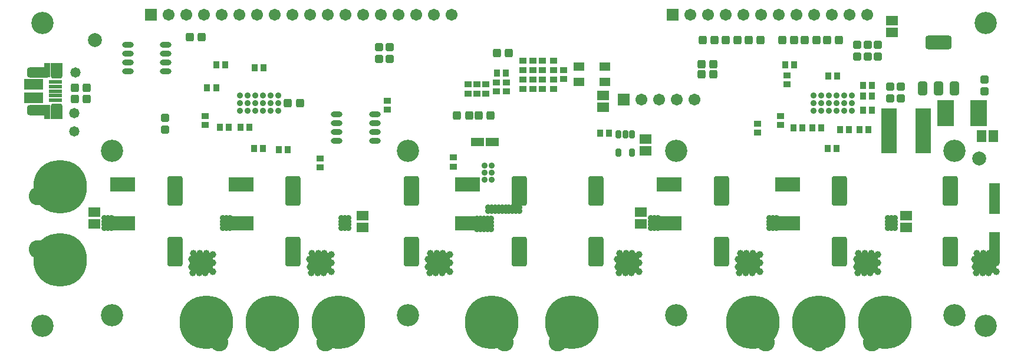
<source format=gbs>
G04*
G04 #@! TF.GenerationSoftware,Altium Limited,Altium Designer,20.0.11 (256)*
G04*
G04 Layer_Color=16711935*
%FSLAX25Y25*%
%MOIN*%
G70*
G01*
G75*
%ADD43R,0.07493X0.04737*%
%ADD44C,0.07874*%
G04:AMPARAMS|DCode=46|XSize=47.37mil|YSize=43.43mil|CornerRadius=8.43mil|HoleSize=0mil|Usage=FLASHONLY|Rotation=180.000|XOffset=0mil|YOffset=0mil|HoleType=Round|Shape=RoundedRectangle|*
%AMROUNDEDRECTD46*
21,1,0.04737,0.02657,0,0,180.0*
21,1,0.03051,0.04343,0,0,180.0*
1,1,0.01686,-0.01526,0.01329*
1,1,0.01686,0.01526,0.01329*
1,1,0.01686,0.01526,-0.01329*
1,1,0.01686,-0.01526,-0.01329*
%
%ADD46ROUNDEDRECTD46*%
G04:AMPARAMS|DCode=47|XSize=47.37mil|YSize=43.43mil|CornerRadius=8.43mil|HoleSize=0mil|Usage=FLASHONLY|Rotation=270.000|XOffset=0mil|YOffset=0mil|HoleType=Round|Shape=RoundedRectangle|*
%AMROUNDEDRECTD47*
21,1,0.04737,0.02657,0,0,270.0*
21,1,0.03051,0.04343,0,0,270.0*
1,1,0.01686,-0.01329,-0.01526*
1,1,0.01686,-0.01329,0.01526*
1,1,0.01686,0.01329,0.01526*
1,1,0.01686,0.01329,-0.01526*
%
%ADD47ROUNDEDRECTD47*%
%ADD56R,0.03556X0.04147*%
%ADD57R,0.04147X0.03556*%
%ADD60C,0.30328*%
%ADD61C,0.12611*%
G04:AMPARAMS|DCode=62|XSize=59.18mil|YSize=94.61mil|CornerRadius=16.8mil|HoleSize=0mil|Usage=FLASHONLY|Rotation=90.000|XOffset=0mil|YOffset=0mil|HoleType=Round|Shape=RoundedRectangle|*
%AMROUNDEDRECTD62*
21,1,0.05918,0.06102,0,0,90.0*
21,1,0.02559,0.09461,0,0,90.0*
1,1,0.03359,0.03051,0.01280*
1,1,0.03359,0.03051,-0.01280*
1,1,0.03359,-0.03051,-0.01280*
1,1,0.03359,-0.03051,0.01280*
%
%ADD62ROUNDEDRECTD62*%
G04:AMPARAMS|DCode=63|XSize=49.34mil|YSize=65.48mil|CornerRadius=14.34mil|HoleSize=0mil|Usage=FLASHONLY|Rotation=90.000|XOffset=0mil|YOffset=0mil|HoleType=Round|Shape=RoundedRectangle|*
%AMROUNDEDRECTD63*
21,1,0.04934,0.03681,0,0,90.0*
21,1,0.02067,0.06548,0,0,90.0*
1,1,0.02867,0.01841,0.01034*
1,1,0.02867,0.01841,-0.01034*
1,1,0.02867,-0.01841,-0.01034*
1,1,0.02867,-0.01841,0.01034*
%
%ADD63ROUNDEDRECTD63*%
%ADD64C,0.06706*%
%ADD65R,0.06706X0.06706*%
%ADD66C,0.10249*%
%ADD67C,0.03556*%
%ADD68C,0.03950*%
%ADD109R,0.06299X0.17717*%
%ADD110R,0.05721X0.06509*%
%ADD111R,0.09658X0.14580*%
G04:AMPARAMS|DCode=112|XSize=145.8mil|YSize=76.9mil|CornerRadius=12.61mil|HoleSize=0mil|Usage=FLASHONLY|Rotation=180.000|XOffset=0mil|YOffset=0mil|HoleType=Round|Shape=RoundedRectangle|*
%AMROUNDEDRECTD112*
21,1,0.14580,0.05167,0,0,180.0*
21,1,0.12057,0.07690,0,0,180.0*
1,1,0.02522,-0.06029,0.02584*
1,1,0.02522,0.06029,0.02584*
1,1,0.02522,0.06029,-0.02584*
1,1,0.02522,-0.06029,-0.02584*
%
%ADD112ROUNDEDRECTD112*%
G04:AMPARAMS|DCode=113|XSize=51.31mil|YSize=76.9mil|CornerRadius=9.41mil|HoleSize=0mil|Usage=FLASHONLY|Rotation=180.000|XOffset=0mil|YOffset=0mil|HoleType=Round|Shape=RoundedRectangle|*
%AMROUNDEDRECTD113*
21,1,0.05131,0.05807,0,0,180.0*
21,1,0.03248,0.07690,0,0,180.0*
1,1,0.01883,-0.01624,0.02904*
1,1,0.01883,0.01624,0.02904*
1,1,0.01883,0.01624,-0.02904*
1,1,0.01883,-0.01624,-0.02904*
%
%ADD113ROUNDEDRECTD113*%
G04:AMPARAMS|DCode=114|XSize=51.31mil|YSize=76.9mil|CornerRadius=9.41mil|HoleSize=0mil|Usage=FLASHONLY|Rotation=180.000|XOffset=0mil|YOffset=0mil|HoleType=Round|Shape=RoundedRectangle|*
%AMROUNDEDRECTD114*
21,1,0.05131,0.05807,0,0,180.0*
21,1,0.03248,0.07690,0,0,180.0*
1,1,0.01883,-0.01624,0.02904*
1,1,0.01883,0.01624,0.02904*
1,1,0.01883,0.01624,-0.02904*
1,1,0.01883,-0.01624,-0.02904*
%
%ADD114ROUNDEDRECTD114*%
%ADD115R,0.06509X0.05721*%
G04:AMPARAMS|DCode=116|XSize=31.62mil|YSize=47.37mil|CornerRadius=6.95mil|HoleSize=0mil|Usage=FLASHONLY|Rotation=0.000|XOffset=0mil|YOffset=0mil|HoleType=Round|Shape=RoundedRectangle|*
%AMROUNDEDRECTD116*
21,1,0.03162,0.03347,0,0,0.0*
21,1,0.01772,0.04737,0,0,0.0*
1,1,0.01391,0.00886,-0.01673*
1,1,0.01391,-0.00886,-0.01673*
1,1,0.01391,-0.00886,0.01673*
1,1,0.01391,0.00886,0.01673*
%
%ADD116ROUNDEDRECTD116*%
%ADD117R,0.03950X0.03359*%
G04:AMPARAMS|DCode=118|XSize=86.74mil|YSize=169.42mil|CornerRadius=13.84mil|HoleSize=0mil|Usage=FLASHONLY|Rotation=180.000|XOffset=0mil|YOffset=0mil|HoleType=Round|Shape=RoundedRectangle|*
%AMROUNDEDRECTD118*
21,1,0.08674,0.14173,0,0,180.0*
21,1,0.05906,0.16942,0,0,180.0*
1,1,0.02769,-0.02953,0.07087*
1,1,0.02769,0.02953,0.07087*
1,1,0.02769,0.02953,-0.07087*
1,1,0.02769,-0.02953,-0.07087*
%
%ADD118ROUNDEDRECTD118*%
%ADD119R,0.14383X0.07887*%
%ADD120R,0.06312X0.04737*%
%ADD121O,0.06509X0.03162*%
%ADD122R,0.08595X0.25288*%
%ADD123R,0.07690X0.02375*%
%ADD124R,0.10642X0.06410*%
%ADD125R,0.06548X0.07099*%
%ADD126R,0.03556X0.07985*%
%ADD127C,0.05800*%
G36*
X93307Y55118D02*
X93307Y47638D01*
X95276Y45669D01*
X106299Y45669D01*
Y57087D01*
X98425D01*
X95276Y57086D01*
X93307Y55118D01*
D02*
G37*
G36*
X160236D02*
X160236Y47638D01*
X162205Y45669D01*
X173228Y45669D01*
Y57087D01*
X165354D01*
X162205Y57086D01*
X160236Y55118D01*
D02*
G37*
G36*
X227165Y55118D02*
X227165Y47638D01*
X229134Y45669D01*
X240157Y45669D01*
Y57086D01*
X232283D01*
X229134Y57086D01*
X227165Y55118D01*
D02*
G37*
G36*
X334252Y55118D02*
X334252Y47638D01*
X336221Y45669D01*
X347244Y45669D01*
Y57086D01*
X339370D01*
X336221Y57086D01*
X334252Y55118D01*
D02*
G37*
G36*
X402362Y55118D02*
X402362Y47638D01*
X404331Y45669D01*
X415354Y45669D01*
Y57087D01*
X407480D01*
X404331Y57086D01*
X402362Y55118D01*
D02*
G37*
G36*
X469291D02*
X469291Y47638D01*
X471260Y45669D01*
X482283Y45669D01*
Y57087D01*
X474409D01*
X471260Y57086D01*
X469291Y55118D01*
D02*
G37*
G36*
X536221Y55118D02*
X536220Y47638D01*
X538189Y45669D01*
X549213Y45669D01*
Y57086D01*
X541338D01*
X538189Y57086D01*
X536221Y55118D01*
D02*
G37*
D43*
X255709Y119685D02*
D03*
X263976D02*
D03*
D44*
X539370Y110236D02*
D03*
X39370Y177165D02*
D03*
D46*
X200000Y173425D02*
D03*
Y166732D02*
D03*
X206299Y173425D02*
D03*
Y166732D02*
D03*
X79134Y126575D02*
D03*
Y133268D02*
D03*
X495275Y144291D02*
D03*
Y150984D02*
D03*
X488976Y144291D02*
D03*
Y150984D02*
D03*
X482283Y167913D02*
D03*
Y174606D02*
D03*
X476378D02*
D03*
Y167913D02*
D03*
X470472Y174606D02*
D03*
Y167913D02*
D03*
X542520Y148228D02*
D03*
Y154921D02*
D03*
D47*
X389173Y163779D02*
D03*
X382480D02*
D03*
X389173Y157874D02*
D03*
X382480D02*
D03*
X453346Y177165D02*
D03*
X460039D02*
D03*
X440748Y177253D02*
D03*
X447441D02*
D03*
X428150Y177165D02*
D03*
X434842D02*
D03*
X415945Y177165D02*
D03*
X409252D02*
D03*
X402953Y177165D02*
D03*
X396260D02*
D03*
X389961Y177165D02*
D03*
X383268D02*
D03*
X273425Y170079D02*
D03*
X266732D02*
D03*
X263189Y134645D02*
D03*
X256496D02*
D03*
X250984Y134646D02*
D03*
X244291D02*
D03*
X148622Y141732D02*
D03*
X155315D02*
D03*
X34843Y144094D02*
D03*
X28150D02*
D03*
X34843Y150394D02*
D03*
X28150D02*
D03*
X99803Y179134D02*
D03*
X93110D02*
D03*
D56*
X330118Y124803D02*
D03*
X325000D02*
D03*
X266732Y158661D02*
D03*
X271850D02*
D03*
X478937Y151575D02*
D03*
X473819D02*
D03*
X478937Y137795D02*
D03*
X473819D02*
D03*
X478937Y145669D02*
D03*
X473819D02*
D03*
X471850Y126772D02*
D03*
X476968D02*
D03*
X460827D02*
D03*
X465945D02*
D03*
X453740Y116142D02*
D03*
X458858D02*
D03*
X459252Y157087D02*
D03*
X454134D02*
D03*
X445079Y127559D02*
D03*
X450197D02*
D03*
X429724Y163386D02*
D03*
X434842D02*
D03*
X439567Y127559D02*
D03*
X434449D02*
D03*
X143504Y115354D02*
D03*
X148622D02*
D03*
X129331Y116142D02*
D03*
X134449D02*
D03*
X134843Y161811D02*
D03*
X129724D02*
D03*
X121850Y127953D02*
D03*
X126969D02*
D03*
X108071Y163386D02*
D03*
X113189D02*
D03*
X115157Y127953D02*
D03*
X110039D02*
D03*
X102953Y150394D02*
D03*
X108071D02*
D03*
D57*
X255512Y152165D02*
D03*
Y147047D02*
D03*
X260630Y152165D02*
D03*
Y147047D02*
D03*
X287008Y165551D02*
D03*
Y160433D02*
D03*
X292520Y165551D02*
D03*
Y160433D02*
D03*
X298819Y154921D02*
D03*
Y149803D02*
D03*
X287008Y154921D02*
D03*
Y149803D02*
D03*
X281496Y160433D02*
D03*
Y165551D02*
D03*
X298819D02*
D03*
Y160433D02*
D03*
X281496Y149803D02*
D03*
Y154921D02*
D03*
X292520Y149803D02*
D03*
Y154921D02*
D03*
X304331Y155315D02*
D03*
Y160433D02*
D03*
X272047Y153347D02*
D03*
Y148228D02*
D03*
X414173Y125000D02*
D03*
Y130118D02*
D03*
X430709Y157283D02*
D03*
Y152165D02*
D03*
X427165Y129331D02*
D03*
Y134449D02*
D03*
X250394Y152165D02*
D03*
Y147047D02*
D03*
X166929Y105315D02*
D03*
Y110433D02*
D03*
X101969Y129331D02*
D03*
Y134449D02*
D03*
X266535Y153347D02*
D03*
Y148228D02*
D03*
X242126Y105709D02*
D03*
Y110827D02*
D03*
D60*
X139764Y17717D02*
D03*
X102362D02*
D03*
X177165D02*
D03*
X486221D02*
D03*
X263779Y17717D02*
D03*
X411417Y17717D02*
D03*
X448819D02*
D03*
X309055Y17717D02*
D03*
X19685Y94488D02*
D03*
X19685Y53150D02*
D03*
D61*
X216535Y114567D02*
D03*
X49213D02*
D03*
X9843Y15748D02*
D03*
X216535Y21654D02*
D03*
X525591Y114567D02*
D03*
X543307Y187008D02*
D03*
X525591Y21654D02*
D03*
X49213D02*
D03*
X9843Y187008D02*
D03*
X368110Y114567D02*
D03*
Y21654D02*
D03*
X543307Y15748D02*
D03*
D62*
X9351Y159154D02*
D03*
Y137697D02*
D03*
X5906D02*
D03*
Y159154D02*
D03*
D63*
X17815Y138878D02*
D03*
Y157972D02*
D03*
D64*
X378583Y143701D02*
D03*
X368583D02*
D03*
X358583D02*
D03*
X348583D02*
D03*
X81260Y191732D02*
D03*
X91260D02*
D03*
X101260D02*
D03*
X111260D02*
D03*
X121260D02*
D03*
X131260D02*
D03*
X141260D02*
D03*
X151260D02*
D03*
X161260D02*
D03*
X171260D02*
D03*
X181260D02*
D03*
X191260D02*
D03*
X201260D02*
D03*
X211260D02*
D03*
X221260D02*
D03*
X231260D02*
D03*
X241260D02*
D03*
X376142D02*
D03*
X386142D02*
D03*
X396142D02*
D03*
X406142D02*
D03*
X416142D02*
D03*
X426142D02*
D03*
X436142D02*
D03*
X446142D02*
D03*
X456142D02*
D03*
X466142D02*
D03*
X476142D02*
D03*
D65*
X338583Y143701D02*
D03*
X71260Y191732D02*
D03*
X366142D02*
D03*
D66*
X418898Y6299D02*
D03*
X448898D02*
D03*
X478898D02*
D03*
X109843D02*
D03*
X139842D02*
D03*
X169843D02*
D03*
X7087Y58976D02*
D03*
Y88976D02*
D03*
X301260Y6299D02*
D03*
X271260D02*
D03*
D67*
X121457Y141732D02*
D03*
Y137401D02*
D03*
X263779Y106299D02*
D03*
Y102362D02*
D03*
X259842Y106299D02*
D03*
Y102362D02*
D03*
X263779Y98425D02*
D03*
X259842D02*
D03*
X147559Y25512D02*
D03*
X150787Y17717D02*
D03*
X139764Y28740D02*
D03*
X147559Y9922D02*
D03*
X139764Y6693D02*
D03*
X131969Y25512D02*
D03*
X128740Y17717D02*
D03*
X131969Y9922D02*
D03*
X110157Y25512D02*
D03*
X113386Y17717D02*
D03*
X102362Y28740D02*
D03*
X110157Y9922D02*
D03*
X102362Y6693D02*
D03*
X94567Y25512D02*
D03*
X91338Y17717D02*
D03*
X94567Y9922D02*
D03*
X184960Y25512D02*
D03*
X188189Y17717D02*
D03*
X177165Y28740D02*
D03*
X184960Y9922D02*
D03*
X177165Y6693D02*
D03*
X169370Y25512D02*
D03*
X166142Y17717D02*
D03*
X169370Y9922D02*
D03*
X494015Y25512D02*
D03*
X497244Y17717D02*
D03*
X486221Y28740D02*
D03*
X494015Y9922D02*
D03*
X486221Y6693D02*
D03*
X478426Y25512D02*
D03*
X475197Y17717D02*
D03*
X478426Y9922D02*
D03*
X271574Y25511D02*
D03*
X274803Y17717D02*
D03*
X263779Y28740D02*
D03*
X271574Y9922D02*
D03*
X263779Y6693D02*
D03*
X255984Y25511D02*
D03*
X252756Y17717D02*
D03*
X255984Y9922D02*
D03*
X419212Y25512D02*
D03*
X422441Y17717D02*
D03*
X411417Y28740D02*
D03*
X419212Y9922D02*
D03*
X411417Y6693D02*
D03*
X403622Y25512D02*
D03*
X400394Y17717D02*
D03*
X403622Y9922D02*
D03*
X456614Y25512D02*
D03*
X459842Y17717D02*
D03*
X448819Y28740D02*
D03*
X456614Y9922D02*
D03*
X448819Y6693D02*
D03*
X441024Y25512D02*
D03*
X437795Y17717D02*
D03*
X441024Y9922D02*
D03*
X316850Y25511D02*
D03*
X320079Y17717D02*
D03*
X309055Y28740D02*
D03*
X316850Y9922D02*
D03*
X309055Y6693D02*
D03*
X301260Y25511D02*
D03*
X298031Y17717D02*
D03*
X301260Y9922D02*
D03*
X27480Y102283D02*
D03*
X30709Y94488D02*
D03*
X19685Y105512D02*
D03*
X27480Y86693D02*
D03*
X19685Y83464D02*
D03*
X11890Y102283D02*
D03*
X8661Y94488D02*
D03*
X11890Y86693D02*
D03*
X27480Y60944D02*
D03*
X30709Y53150D02*
D03*
X19685Y64173D02*
D03*
X27480Y45355D02*
D03*
X19685Y42126D02*
D03*
X11890Y60944D02*
D03*
X8662Y53150D02*
D03*
X11890Y45355D02*
D03*
X261811Y80709D02*
D03*
X271654D02*
D03*
Y82677D02*
D03*
X261811D02*
D03*
X269685D02*
D03*
Y80709D02*
D03*
X279527Y82677D02*
D03*
Y80709D02*
D03*
X277559D02*
D03*
Y82677D02*
D03*
X267717Y80709D02*
D03*
Y82677D02*
D03*
X265748D02*
D03*
Y80709D02*
D03*
X275590Y82677D02*
D03*
Y80709D02*
D03*
X273622D02*
D03*
Y82677D02*
D03*
X263779Y80709D02*
D03*
Y82677D02*
D03*
X355906Y74803D02*
D03*
X353937Y76771D02*
D03*
X257480Y76378D02*
D03*
Y74409D02*
D03*
Y72441D02*
D03*
Y70472D02*
D03*
X259449D02*
D03*
Y72441D02*
D03*
Y74409D02*
D03*
Y76378D02*
D03*
X261417D02*
D03*
Y74409D02*
D03*
Y72441D02*
D03*
Y70472D02*
D03*
X263386D02*
D03*
Y72441D02*
D03*
Y74409D02*
D03*
Y76378D02*
D03*
X255512D02*
D03*
Y74409D02*
D03*
Y72441D02*
D03*
Y70472D02*
D03*
X353937Y70866D02*
D03*
Y72834D02*
D03*
Y74803D02*
D03*
X357874Y76771D02*
D03*
Y74803D02*
D03*
Y72834D02*
D03*
Y70866D02*
D03*
X355906D02*
D03*
Y72834D02*
D03*
Y76771D02*
D03*
X420866Y70866D02*
D03*
Y72834D02*
D03*
Y74803D02*
D03*
Y76771D02*
D03*
X424803D02*
D03*
Y74803D02*
D03*
Y72834D02*
D03*
Y70866D02*
D03*
X422834D02*
D03*
Y72834D02*
D03*
Y74803D02*
D03*
Y76771D02*
D03*
X487795Y70866D02*
D03*
Y72834D02*
D03*
Y74803D02*
D03*
Y76771D02*
D03*
X491732D02*
D03*
Y74803D02*
D03*
Y72834D02*
D03*
Y70866D02*
D03*
X489764D02*
D03*
Y72834D02*
D03*
Y74803D02*
D03*
Y76771D02*
D03*
X180709D02*
D03*
Y74803D02*
D03*
Y72834D02*
D03*
Y70866D02*
D03*
X182677D02*
D03*
Y72834D02*
D03*
Y74803D02*
D03*
Y76771D02*
D03*
X178740D02*
D03*
Y74803D02*
D03*
Y72834D02*
D03*
Y70866D02*
D03*
X113779Y76771D02*
D03*
Y74803D02*
D03*
Y72834D02*
D03*
Y70866D02*
D03*
X115748D02*
D03*
Y72834D02*
D03*
Y74803D02*
D03*
Y76771D02*
D03*
X111811D02*
D03*
Y74803D02*
D03*
Y72834D02*
D03*
Y70866D02*
D03*
X450197Y146063D02*
D03*
X445866D02*
D03*
X454528D02*
D03*
X445866Y137401D02*
D03*
Y141732D02*
D03*
X450197Y137401D02*
D03*
Y141732D02*
D03*
X454528Y137401D02*
D03*
Y141732D02*
D03*
X458858Y137401D02*
D03*
Y141732D02*
D03*
Y146063D02*
D03*
X463189Y137401D02*
D03*
Y141732D02*
D03*
Y146063D02*
D03*
X467520Y137401D02*
D03*
Y141732D02*
D03*
Y146063D02*
D03*
X143110Y141732D02*
D03*
X121457Y146063D02*
D03*
X125787Y137401D02*
D03*
Y141732D02*
D03*
Y146063D02*
D03*
X130118Y137401D02*
D03*
Y141732D02*
D03*
Y146063D02*
D03*
X134449Y137401D02*
D03*
Y141732D02*
D03*
Y146063D02*
D03*
X138779Y137401D02*
D03*
Y141732D02*
D03*
X143110Y137401D02*
D03*
Y146063D02*
D03*
X138779D02*
D03*
X46850Y76771D02*
D03*
X44882D02*
D03*
X46850Y74803D02*
D03*
X44882D02*
D03*
Y72834D02*
D03*
Y70866D02*
D03*
X46850D02*
D03*
X48819D02*
D03*
X46850Y72834D02*
D03*
X48819D02*
D03*
Y76771D02*
D03*
Y74803D02*
D03*
D68*
X240157Y56102D02*
D03*
X236220Y56693D02*
D03*
X240157Y51181D02*
D03*
X237697Y53445D02*
D03*
X234449D02*
D03*
X232677Y56693D02*
D03*
X231102Y53445D02*
D03*
X237795Y48917D02*
D03*
X240157Y46260D02*
D03*
X235827Y45669D02*
D03*
X234547Y48917D02*
D03*
X231201D02*
D03*
X232283Y45669D02*
D03*
X229134Y56693D02*
D03*
X227953Y48917D02*
D03*
X227854Y53445D02*
D03*
X228740Y45669D02*
D03*
X106299Y56102D02*
D03*
X102362Y56693D02*
D03*
X106299Y51181D02*
D03*
X103839Y53445D02*
D03*
X100591D02*
D03*
X98819Y56693D02*
D03*
X97244Y53445D02*
D03*
X103937Y48917D02*
D03*
X106299Y46260D02*
D03*
X101969Y45669D02*
D03*
X100689Y48917D02*
D03*
X97342D02*
D03*
X98425Y45669D02*
D03*
X95276Y56693D02*
D03*
X94095Y48917D02*
D03*
X93996Y53445D02*
D03*
X94882Y45669D02*
D03*
X173228Y56102D02*
D03*
X169291Y56693D02*
D03*
X173228Y51181D02*
D03*
X170768Y53445D02*
D03*
X167520D02*
D03*
X165748Y56693D02*
D03*
X164173Y53445D02*
D03*
X170866Y48917D02*
D03*
X173228Y46260D02*
D03*
X168898Y45669D02*
D03*
X167618Y48917D02*
D03*
X164272D02*
D03*
X165354Y45669D02*
D03*
X162205Y56693D02*
D03*
X161024Y48917D02*
D03*
X160925Y53445D02*
D03*
X161811Y45669D02*
D03*
X482283Y56102D02*
D03*
X478346Y56693D02*
D03*
X482283Y51181D02*
D03*
X479823Y53445D02*
D03*
X476575D02*
D03*
X474803Y56693D02*
D03*
X473228Y53445D02*
D03*
X479921Y48917D02*
D03*
X482283Y46260D02*
D03*
X477953Y45669D02*
D03*
X476673Y48917D02*
D03*
X473327D02*
D03*
X474409Y45669D02*
D03*
X471260Y56693D02*
D03*
X470079Y48917D02*
D03*
X469980Y53445D02*
D03*
X470866Y45669D02*
D03*
X415354Y56102D02*
D03*
X411417Y56693D02*
D03*
X415354Y51181D02*
D03*
X412894Y53445D02*
D03*
X409646D02*
D03*
X407874Y56693D02*
D03*
X406299Y53445D02*
D03*
X412992Y48917D02*
D03*
X415354Y46260D02*
D03*
X411024Y45669D02*
D03*
X409744Y48917D02*
D03*
X406398D02*
D03*
X407480Y45669D02*
D03*
X404331Y56693D02*
D03*
X403150Y48917D02*
D03*
X403051Y53445D02*
D03*
X403937Y45669D02*
D03*
X347244Y56102D02*
D03*
X343307Y56693D02*
D03*
X347244Y51181D02*
D03*
X344783Y53445D02*
D03*
X341535D02*
D03*
X339764Y56693D02*
D03*
X338189Y53445D02*
D03*
X344882Y48917D02*
D03*
X347244Y46260D02*
D03*
X342913Y45669D02*
D03*
X341634Y48917D02*
D03*
X338287D02*
D03*
X339370Y45669D02*
D03*
X336220Y56693D02*
D03*
X335039Y48917D02*
D03*
X334941Y53445D02*
D03*
X335827Y45669D02*
D03*
X549213Y56102D02*
D03*
X545275Y56693D02*
D03*
X549213Y51181D02*
D03*
X546752Y53445D02*
D03*
X543504D02*
D03*
X541732Y56693D02*
D03*
X540157Y53445D02*
D03*
X546850Y48917D02*
D03*
X549213Y46260D02*
D03*
X544882Y45669D02*
D03*
X543602Y48917D02*
D03*
X540256D02*
D03*
X541338Y45669D02*
D03*
X538189Y56693D02*
D03*
X537008Y48917D02*
D03*
X536909Y53445D02*
D03*
X537795Y45669D02*
D03*
D109*
X548032Y87598D02*
D03*
Y60039D02*
D03*
D110*
X547441Y122835D02*
D03*
X540748D02*
D03*
D111*
X520571Y135827D02*
D03*
X539272D02*
D03*
D112*
X516535Y175984D02*
D03*
D113*
X507480Y150000D02*
D03*
X516535D02*
D03*
D114*
X525591D02*
D03*
D115*
X490158Y188386D02*
D03*
Y181693D02*
D03*
X38976Y80118D02*
D03*
Y73425D02*
D03*
X498031Y78149D02*
D03*
Y71457D02*
D03*
X348031Y80118D02*
D03*
Y73425D02*
D03*
X350787Y114764D02*
D03*
Y121457D02*
D03*
X190945Y78149D02*
D03*
Y71457D02*
D03*
X326772Y145866D02*
D03*
Y139173D02*
D03*
D116*
X335630Y113779D02*
D03*
X343110Y124016D02*
D03*
X339370D02*
D03*
X335630D02*
D03*
X343110Y113779D02*
D03*
D117*
X204724Y143012D02*
D03*
Y138091D02*
D03*
D118*
X393701Y57677D02*
D03*
Y91929D02*
D03*
X151575Y57677D02*
D03*
Y91929D02*
D03*
X523228Y57677D02*
D03*
Y91929D02*
D03*
X279527Y57677D02*
D03*
Y91929D02*
D03*
X322834Y57677D02*
D03*
Y91929D02*
D03*
X460630Y57677D02*
D03*
Y91929D02*
D03*
X218504Y57677D02*
D03*
Y91929D02*
D03*
X84645Y57677D02*
D03*
Y91929D02*
D03*
D119*
X431102Y95571D02*
D03*
Y73721D02*
D03*
X364173Y95571D02*
D03*
Y73721D02*
D03*
X250000Y95571D02*
D03*
Y73721D02*
D03*
X122047Y95571D02*
D03*
Y73721D02*
D03*
X55118Y95571D02*
D03*
Y73721D02*
D03*
D120*
X327953Y162205D02*
D03*
X312992D02*
D03*
X327953Y153543D02*
D03*
X312992D02*
D03*
D121*
X176279Y120453D02*
D03*
Y125453D02*
D03*
Y130453D02*
D03*
Y135453D02*
D03*
X197736Y120453D02*
D03*
Y125453D02*
D03*
Y130453D02*
D03*
Y135453D02*
D03*
X58169Y159823D02*
D03*
Y164823D02*
D03*
Y169823D02*
D03*
X79626Y164823D02*
D03*
Y169823D02*
D03*
Y159823D02*
D03*
X58169Y174823D02*
D03*
X79626D02*
D03*
D122*
X507717Y125984D02*
D03*
X488346D02*
D03*
D123*
X17028Y153543D02*
D03*
Y145866D02*
D03*
Y150984D02*
D03*
Y148425D02*
D03*
Y143307D02*
D03*
D124*
X4921Y152165D02*
D03*
Y144685D02*
D03*
D125*
X17815Y135827D02*
D03*
Y161024D02*
D03*
D126*
X12598Y136665D02*
D03*
Y160187D02*
D03*
D127*
X27953Y135827D02*
D03*
X28346Y159055D02*
D03*
X27953Y125591D02*
D03*
M02*

</source>
